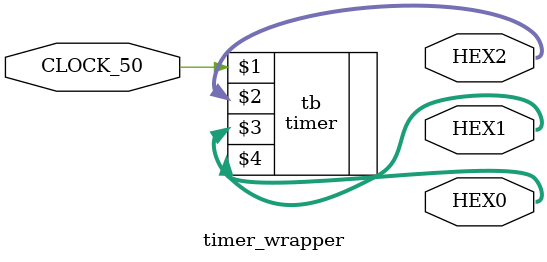
<source format=sv>
/*
//Example module to use the Osciallator in FPGA board
//KEEP AS REFERENCE

module timer_wrapper(input logic CLOCK_50,
                    output logic [0:0] LEDR );
   timer tb(CLOCK_50, LEDR[0]);
endmodule*/ 


//wrapper for the timer
module timer_wrapper(
                     input logic  CLOCK_50,   //access the real clock in the FPGA board
                     output logic [6:0] HEX2, //access the HEX values 
                     output logic [6:0] HEX1,
                     output logic [6:0] HEX0 );

    //instantiates
    timer tb(CLOCK_50,
             HEX2, 
             HEX1, 
             HEX0);

endmodule





</source>
